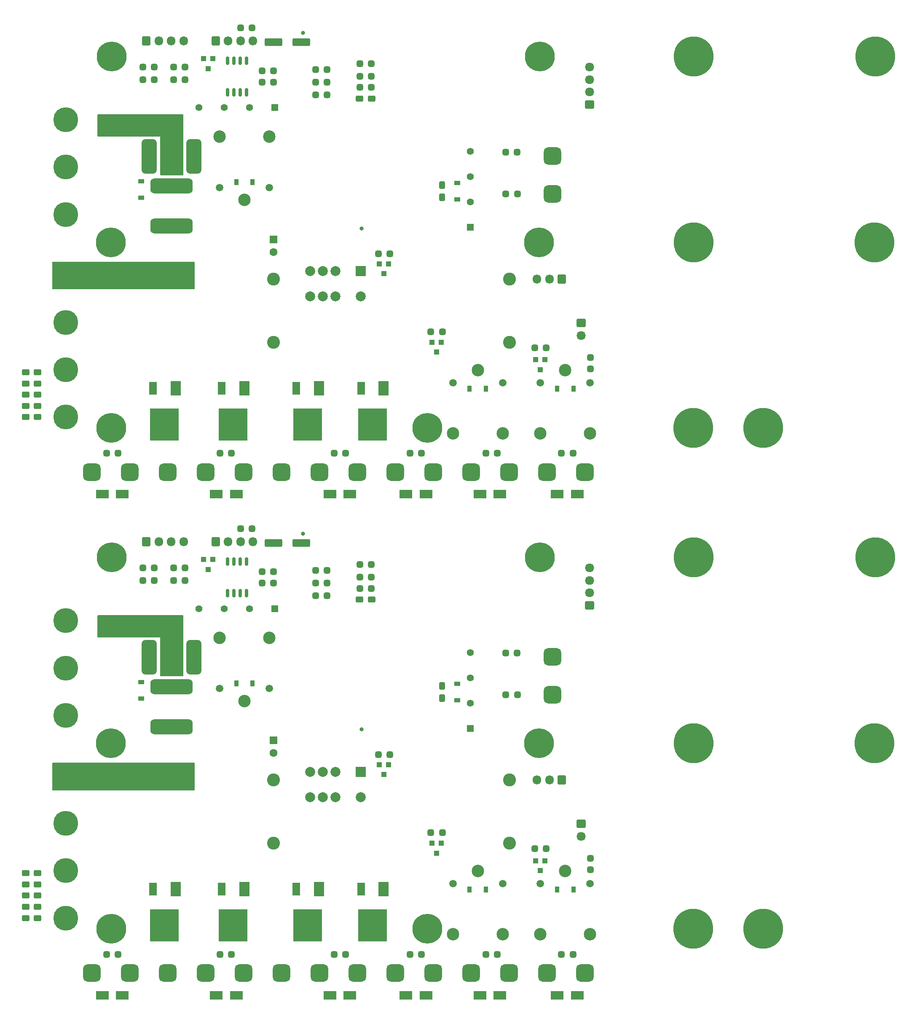
<source format=gbr>
%TF.GenerationSoftware,KiCad,Pcbnew,8.0.4*%
%TF.CreationDate,2024-11-04T15:16:17+09:00*%
%TF.ProjectId,L-CON V3.0,4c2d434f-4e20-4563-932e-302e6b696361,rev?*%
%TF.SameCoordinates,Original*%
%TF.FileFunction,Soldermask,Bot*%
%TF.FilePolarity,Negative*%
%FSLAX46Y46*%
G04 Gerber Fmt 4.6, Leading zero omitted, Abs format (unit mm)*
G04 Created by KiCad (PCBNEW 8.0.4) date 2024-11-04 15:16:17*
%MOMM*%
%LPD*%
G01*
G04 APERTURE LIST*
G04 Aperture macros list*
%AMRoundRect*
0 Rectangle with rounded corners*
0 $1 Rounding radius*
0 $2 $3 $4 $5 $6 $7 $8 $9 X,Y pos of 4 corners*
0 Add a 4 corners polygon primitive as box body*
4,1,4,$2,$3,$4,$5,$6,$7,$8,$9,$2,$3,0*
0 Add four circle primitives for the rounded corners*
1,1,$1+$1,$2,$3*
1,1,$1+$1,$4,$5*
1,1,$1+$1,$6,$7*
1,1,$1+$1,$8,$9*
0 Add four rect primitives between the rounded corners*
20,1,$1+$1,$2,$3,$4,$5,0*
20,1,$1+$1,$4,$5,$6,$7,0*
20,1,$1+$1,$6,$7,$8,$9,0*
20,1,$1+$1,$8,$9,$2,$3,0*%
G04 Aperture macros list end*
%ADD10RoundRect,0.875000X-0.875000X-0.875000X0.875000X-0.875000X0.875000X0.875000X-0.875000X0.875000X0*%
%ADD11O,1.700000X1.850000*%
%ADD12RoundRect,0.249900X-0.600100X-0.675100X0.600100X-0.675100X0.600100X0.675100X-0.600100X0.675100X0*%
%ADD13C,8.000000*%
%ADD14C,6.000000*%
%ADD15C,2.500000*%
%ADD16C,1.500000*%
%ADD17C,1.400000*%
%ADD18R,1.400000X1.400000*%
%ADD19C,5.000000*%
%ADD20RoundRect,0.750000X-0.750000X2.750000X-0.750000X-2.750000X0.750000X-2.750000X0.750000X2.750000X0*%
%ADD21RoundRect,0.750000X3.500000X0.750000X-3.500000X0.750000X-3.500000X-0.750000X3.500000X-0.750000X0*%
%ADD22C,2.600000*%
%ADD23C,0.800000*%
%ADD24RoundRect,0.325000X-0.325000X-0.325000X0.325000X-0.325000X0.325000X0.325000X-0.325000X0.325000X0*%
%ADD25RoundRect,0.312500X-0.437500X-0.312500X0.437500X-0.312500X0.437500X0.312500X-0.437500X0.312500X0*%
%ADD26RoundRect,0.325000X0.325000X0.325000X-0.325000X0.325000X-0.325000X-0.325000X0.325000X-0.325000X0*%
%ADD27R,0.900000X1.200000*%
%ADD28RoundRect,0.325000X0.325000X-0.325000X0.325000X0.325000X-0.325000X0.325000X-0.325000X-0.325000X0*%
%ADD29RoundRect,0.875000X0.875000X-0.875000X0.875000X0.875000X-0.875000X0.875000X-0.875000X-0.875000X0*%
%ADD30R,2.000000X3.000000*%
%ADD31R,1.500000X2.500000*%
%ADD32R,5.800000X6.400000*%
%ADD33RoundRect,0.325000X-0.325000X0.325000X-0.325000X-0.325000X0.325000X-0.325000X0.325000X0.325000X0*%
%ADD34R,1.000000X1.100000*%
%ADD35O,1.850000X1.700000*%
%ADD36RoundRect,0.249900X0.675100X-0.600100X0.675100X0.600100X-0.675100X0.600100X-0.675100X-0.600100X0*%
%ADD37C,1.600000*%
%ADD38R,1.600000X1.600000*%
%ADD39RoundRect,0.250000X0.600000X0.675000X-0.600000X0.675000X-0.600000X-0.675000X0.600000X-0.675000X0*%
%ADD40C,2.000000*%
%ADD41R,2.000000X2.000000*%
%ADD42R,2.500000X1.800000*%
%ADD43R,1.200000X0.900000*%
%ADD44RoundRect,0.163800X0.136200X-0.711200X0.136200X0.711200X-0.136200X0.711200X-0.136200X-0.711200X0*%
%ADD45RoundRect,0.249900X-0.675100X0.600100X-0.675100X-0.600100X0.675100X-0.600100X0.675100X0.600100X0*%
%ADD46RoundRect,0.250000X-1.500000X-0.550000X1.500000X-0.550000X1.500000X0.550000X-1.500000X0.550000X0*%
%ADD47RoundRect,0.312500X0.312500X-0.437500X0.312500X0.437500X-0.312500X0.437500X-0.312500X-0.437500X0*%
G04 APERTURE END LIST*
D10*
%TO.C,J2*%
X157955000Y-233110000D03*
X150335000Y-233110000D03*
X142715000Y-233110000D03*
X135095000Y-233110000D03*
X127475000Y-233110000D03*
X119855000Y-233110000D03*
X112235000Y-233110000D03*
X104615000Y-233110000D03*
X96995000Y-233110000D03*
X89375000Y-233110000D03*
X81755000Y-233110000D03*
X74135000Y-233110000D03*
X66515000Y-233110000D03*
X58895000Y-233110000D03*
%TD*%
D11*
%TO.C,J4*%
X77325000Y-146500000D03*
X74825000Y-146500000D03*
X72325000Y-146500000D03*
D12*
X69825000Y-146500000D03*
%TD*%
D13*
%TO.C,He1*%
X179710000Y-224250000D03*
%TD*%
D14*
%TO.C,H7*%
X126295000Y-224250000D03*
%TD*%
D15*
%TO.C,K5*%
X94525000Y-165755000D03*
X89525000Y-178455000D03*
D16*
X84525000Y-175955000D03*
X94525000Y-175955000D03*
D15*
X84525000Y-165755000D03*
%TD*%
D17*
%TO.C,K4*%
X134907500Y-168717500D03*
X134907500Y-173797500D03*
X134907500Y-178877500D03*
D18*
X134907500Y-183957500D03*
%TD*%
D19*
%TO.C,J15*%
X53655000Y-181360000D03*
X53655000Y-171860000D03*
X53655000Y-162360000D03*
%TD*%
D20*
%TO.C,K6*%
X74875000Y-169675000D03*
D21*
X74875000Y-175645000D03*
D20*
X70375000Y-169675000D03*
X79375000Y-169675000D03*
D21*
X74875000Y-183645000D03*
%TD*%
D14*
%TO.C,H3*%
X62845000Y-149600000D03*
%TD*%
%TO.C,H2*%
X62725000Y-186980000D03*
%TD*%
D13*
%TO.C,H8*%
X193710000Y-224250000D03*
%TD*%
D22*
%TO.C,MO2*%
X142805000Y-207040000D03*
X142805000Y-194340000D03*
X95405000Y-207040000D03*
X95405000Y-194340000D03*
%TD*%
D14*
%TO.C,H6*%
X148725000Y-186980000D03*
%TD*%
D23*
%TO.C,SW1*%
X101285000Y-144870000D03*
%TD*%
D24*
%TO.C,R25*%
X129285000Y-204910000D03*
X126985000Y-204910000D03*
%TD*%
D25*
%TO.C,C6*%
X47955000Y-222060000D03*
X45555000Y-222060000D03*
%TD*%
D26*
%TO.C,R4*%
X112715000Y-151100000D03*
X115015000Y-151100000D03*
%TD*%
D24*
%TO.C,R34*%
X118715000Y-189260000D03*
X116415000Y-189260000D03*
%TD*%
D26*
%TO.C,R45*%
X88725000Y-143850000D03*
X91025000Y-143850000D03*
%TD*%
D27*
%TO.C,D16*%
X155625000Y-216350000D03*
X152325000Y-216350000D03*
%TD*%
D28*
%TO.C,R44*%
X95375000Y-152500000D03*
X95375000Y-154800000D03*
%TD*%
D24*
%TO.C,R12*%
X144345000Y-168830000D03*
X142045000Y-168830000D03*
%TD*%
D25*
%TO.C,C2*%
X115065000Y-158100000D03*
X112665000Y-158100000D03*
%TD*%
D24*
%TO.C,R2*%
X115015000Y-153600000D03*
X112715000Y-153600000D03*
%TD*%
D29*
%TO.C,J3*%
X151425000Y-169630000D03*
X151425000Y-177250000D03*
%TD*%
D30*
%TO.C,Q2*%
X75760000Y-216243000D03*
D31*
X71194000Y-216243000D03*
D32*
X73480000Y-223550000D03*
%TD*%
D30*
%TO.C,Q7*%
X89487500Y-216243000D03*
D31*
X84921500Y-216243000D03*
D32*
X87207500Y-223550000D03*
%TD*%
D25*
%TO.C,C10*%
X47955000Y-213060000D03*
X45555000Y-213060000D03*
%TD*%
D26*
%TO.C,R15*%
X84625000Y-229350000D03*
X86925000Y-229350000D03*
%TD*%
D33*
%TO.C,R46*%
X93075000Y-154800000D03*
X93075000Y-152500000D03*
%TD*%
D27*
%TO.C,D14*%
X138025000Y-216350000D03*
X134725000Y-216350000D03*
%TD*%
D34*
%TO.C,Q4*%
X128135000Y-209020000D03*
X129085000Y-207020000D03*
X127185000Y-207020000D03*
%TD*%
D35*
%TO.C,J1*%
X158865000Y-151770000D03*
X158865000Y-154270000D03*
X158865000Y-156770000D03*
D36*
X158865000Y-159270000D03*
%TD*%
D15*
%TO.C,K2*%
X131395000Y-225345000D03*
X136395000Y-212645000D03*
D16*
X141395000Y-215145000D03*
X131395000Y-215145000D03*
D15*
X141395000Y-225345000D03*
%TD*%
D13*
%TO.C,H1*%
X216260000Y-149600000D03*
%TD*%
D14*
%TO.C,H4*%
X62755000Y-224250000D03*
%TD*%
D37*
%TO.C,C4*%
X95405000Y-188907349D03*
D38*
X95405000Y-186407349D03*
%TD*%
D19*
%TO.C,J7*%
X53655000Y-222060000D03*
X53655000Y-212560000D03*
X53655000Y-203060000D03*
X53655000Y-193560000D03*
%TD*%
D13*
%TO.C,H12*%
X179800000Y-149600000D03*
%TD*%
%TO.C,H9*%
X216140000Y-186980000D03*
%TD*%
D17*
%TO.C,K1*%
X80367500Y-159917500D03*
X85447500Y-159917500D03*
X90527500Y-159917500D03*
D18*
X95607500Y-159917500D03*
%TD*%
D14*
%TO.C,H5*%
X148845000Y-149600000D03*
%TD*%
D11*
%TO.C,J11*%
X91225000Y-146500000D03*
X88725000Y-146500000D03*
X86225000Y-146500000D03*
D12*
X83725000Y-146500000D03*
%TD*%
D11*
%TO.C,J5*%
X148295000Y-194310000D03*
X150795000Y-194310000D03*
D39*
X153295000Y-194310000D03*
%TD*%
D40*
%TO.C,K7*%
X112895000Y-197800000D03*
X107815000Y-197800000D03*
X105275000Y-197800000D03*
X102735000Y-197800000D03*
X102735000Y-192720000D03*
X105275000Y-192720000D03*
X107815000Y-192720000D03*
D41*
X112895000Y-192720000D03*
%TD*%
D42*
%TO.C,D18*%
X156375000Y-237550000D03*
X152375000Y-237550000D03*
%TD*%
D26*
%TO.C,R28*%
X153225000Y-229350000D03*
X155525000Y-229350000D03*
%TD*%
%TO.C,R42*%
X103825000Y-154800000D03*
X106125000Y-154800000D03*
%TD*%
D30*
%TO.C,Q11*%
X104487500Y-216243000D03*
D31*
X99921500Y-216243000D03*
D32*
X102207500Y-223550000D03*
%TD*%
D42*
%TO.C,D3*%
X64975000Y-237550000D03*
X60975000Y-237550000D03*
%TD*%
%TO.C,D9*%
X87875000Y-237550000D03*
X83875000Y-237550000D03*
%TD*%
D24*
%TO.C,R10*%
X77570000Y-151775000D03*
X75270000Y-151775000D03*
%TD*%
D34*
%TO.C,D25*%
X82250000Y-152050000D03*
X83200000Y-150050000D03*
X81300000Y-150050000D03*
%TD*%
D25*
%TO.C,C7*%
X47955000Y-219810000D03*
X45555000Y-219810000D03*
%TD*%
%TO.C,C9*%
X47955000Y-215310000D03*
X45555000Y-215310000D03*
%TD*%
D24*
%TO.C,R39*%
X71400000Y-151775000D03*
X69100000Y-151775000D03*
%TD*%
D42*
%TO.C,D12*%
X110675000Y-237550000D03*
X106675000Y-237550000D03*
%TD*%
D26*
%TO.C,R6*%
X61825000Y-229350000D03*
X64125000Y-229350000D03*
%TD*%
D42*
%TO.C,D24*%
X140850000Y-237550000D03*
X136850000Y-237550000D03*
%TD*%
D43*
%TO.C,D7*%
X68750000Y-178000000D03*
X68750000Y-174700000D03*
%TD*%
D15*
%TO.C,K3*%
X148975000Y-225345000D03*
X153975000Y-212645000D03*
D16*
X158975000Y-215145000D03*
X148975000Y-215145000D03*
D15*
X158975000Y-225345000D03*
%TD*%
D34*
%TO.C,Q17*%
X148975000Y-212550000D03*
X149925000Y-210550000D03*
X148025000Y-210550000D03*
%TD*%
D43*
%TO.C,D26*%
X132307500Y-175025000D03*
X132307500Y-178325000D03*
%TD*%
D44*
%TO.C,U4*%
X89980000Y-150475000D03*
X88710000Y-150475000D03*
X87440000Y-150475000D03*
X86170000Y-150475000D03*
X86170000Y-156825000D03*
X87440000Y-156825000D03*
X88710000Y-156825000D03*
X89980000Y-156825000D03*
%TD*%
D35*
%TO.C,J9*%
X157215000Y-205670000D03*
D45*
X157215000Y-203170000D03*
%TD*%
D46*
%TO.C,C1*%
X100975000Y-146750000D03*
X95375000Y-146750000D03*
%TD*%
D34*
%TO.C,Q14*%
X117565000Y-193260000D03*
X118515000Y-191260000D03*
X116615000Y-191260000D03*
%TD*%
D24*
%TO.C,R35*%
X71400000Y-154275000D03*
X69100000Y-154275000D03*
%TD*%
%TO.C,R48*%
X144355000Y-177250000D03*
X142055000Y-177250000D03*
%TD*%
%TO.C,R3*%
X115015000Y-155850000D03*
X112715000Y-155850000D03*
%TD*%
D27*
%TO.C,D19*%
X87875000Y-174900000D03*
X91175000Y-174900000D03*
%TD*%
D26*
%TO.C,R41*%
X103825000Y-157340000D03*
X106125000Y-157340000D03*
%TD*%
D24*
%TO.C,R29*%
X150125000Y-208150000D03*
X147825000Y-208150000D03*
%TD*%
D26*
%TO.C,R43*%
X103825000Y-152260000D03*
X106125000Y-152260000D03*
%TD*%
D47*
%TO.C,C5*%
X129200000Y-175475000D03*
X129200000Y-177875000D03*
%TD*%
D26*
%TO.C,R23*%
X122825000Y-229350000D03*
X125125000Y-229350000D03*
%TD*%
D42*
%TO.C,D13*%
X125975000Y-237550000D03*
X121975000Y-237550000D03*
%TD*%
D33*
%TO.C,R11*%
X158995000Y-212370000D03*
X158995000Y-210070000D03*
%TD*%
D26*
%TO.C,R40*%
X138025000Y-229350000D03*
X140325000Y-229350000D03*
%TD*%
D25*
%TO.C,C8*%
X47955000Y-217560000D03*
X45555000Y-217560000D03*
%TD*%
D24*
%TO.C,R1*%
X77570000Y-154275000D03*
X75270000Y-154275000D03*
%TD*%
D30*
%TO.C,Q13*%
X117505000Y-216243000D03*
D31*
X112939000Y-216243000D03*
D32*
X115225000Y-223550000D03*
%TD*%
D26*
%TO.C,R22*%
X107525000Y-229350000D03*
X109825000Y-229350000D03*
%TD*%
D13*
%TO.C,H10*%
X179800000Y-186980000D03*
%TD*%
D23*
%TO.C,SW6*%
X113100000Y-184175000D03*
%TD*%
D11*
%TO.C,J4*%
X77325000Y-45900000D03*
X74825000Y-45900000D03*
X72325000Y-45900000D03*
D12*
X69825000Y-45900000D03*
%TD*%
D10*
%TO.C,J2*%
X157955000Y-132510000D03*
X150335000Y-132510000D03*
X142715000Y-132510000D03*
X135095000Y-132510000D03*
X127475000Y-132510000D03*
X119855000Y-132510000D03*
X112235000Y-132510000D03*
X104615000Y-132510000D03*
X96995000Y-132510000D03*
X89375000Y-132510000D03*
X81755000Y-132510000D03*
X74135000Y-132510000D03*
X66515000Y-132510000D03*
X58895000Y-132510000D03*
%TD*%
D13*
%TO.C,H10*%
X179800000Y-86380000D03*
%TD*%
D23*
%TO.C,SW6*%
X113100000Y-83575000D03*
%TD*%
D15*
%TO.C,K3*%
X148975000Y-124745000D03*
X153975000Y-112045000D03*
D16*
X158975000Y-114545000D03*
X148975000Y-114545000D03*
D15*
X158975000Y-124745000D03*
%TD*%
D14*
%TO.C,H4*%
X62755000Y-123650000D03*
%TD*%
D19*
%TO.C,J7*%
X53655000Y-121460000D03*
X53655000Y-111960000D03*
X53655000Y-102460000D03*
X53655000Y-92960000D03*
%TD*%
D37*
%TO.C,C4*%
X95405000Y-88307349D03*
D38*
X95405000Y-85807349D03*
%TD*%
D13*
%TO.C,H12*%
X179800000Y-49000000D03*
%TD*%
%TO.C,H1*%
X216260000Y-49000000D03*
%TD*%
D40*
%TO.C,K7*%
X112895000Y-97200000D03*
X107815000Y-97200000D03*
X105275000Y-97200000D03*
X102735000Y-97200000D03*
X102735000Y-92120000D03*
X105275000Y-92120000D03*
X107815000Y-92120000D03*
D41*
X112895000Y-92120000D03*
%TD*%
D11*
%TO.C,J5*%
X148295000Y-93710000D03*
X150795000Y-93710000D03*
D39*
X153295000Y-93710000D03*
%TD*%
D14*
%TO.C,H6*%
X148725000Y-86380000D03*
%TD*%
D23*
%TO.C,SW1*%
X101285000Y-44270000D03*
%TD*%
D22*
%TO.C,MO2*%
X142805000Y-106440000D03*
X142805000Y-93740000D03*
X95405000Y-106440000D03*
X95405000Y-93740000D03*
%TD*%
D15*
%TO.C,K2*%
X131395000Y-124745000D03*
X136395000Y-112045000D03*
D16*
X141395000Y-114545000D03*
X131395000Y-114545000D03*
D15*
X141395000Y-124745000D03*
%TD*%
D35*
%TO.C,J1*%
X158865000Y-51170000D03*
X158865000Y-53670000D03*
X158865000Y-56170000D03*
D36*
X158865000Y-58670000D03*
%TD*%
D13*
%TO.C,H8*%
X193710000Y-123650000D03*
%TD*%
D14*
%TO.C,H2*%
X62725000Y-86380000D03*
%TD*%
D11*
%TO.C,J11*%
X91225000Y-45900000D03*
X88725000Y-45900000D03*
X86225000Y-45900000D03*
D12*
X83725000Y-45900000D03*
%TD*%
D14*
%TO.C,H5*%
X148845000Y-49000000D03*
%TD*%
D17*
%TO.C,K1*%
X80367500Y-59317500D03*
X85447500Y-59317500D03*
X90527500Y-59317500D03*
D18*
X95607500Y-59317500D03*
%TD*%
D13*
%TO.C,H9*%
X216140000Y-86380000D03*
%TD*%
D14*
%TO.C,H3*%
X62845000Y-49000000D03*
%TD*%
D20*
%TO.C,K6*%
X74875000Y-69075000D03*
D21*
X74875000Y-75045000D03*
D20*
X70375000Y-69075000D03*
X79375000Y-69075000D03*
D21*
X74875000Y-83045000D03*
%TD*%
D19*
%TO.C,J15*%
X53655000Y-80760000D03*
X53655000Y-71260000D03*
X53655000Y-61760000D03*
%TD*%
D14*
%TO.C,H7*%
X126295000Y-123650000D03*
%TD*%
D13*
%TO.C,He1*%
X179710000Y-123650000D03*
%TD*%
D17*
%TO.C,K4*%
X134907500Y-68117500D03*
X134907500Y-73197500D03*
X134907500Y-78277500D03*
D18*
X134907500Y-83357500D03*
%TD*%
D15*
%TO.C,K5*%
X94525000Y-65155000D03*
X89525000Y-77855000D03*
D16*
X84525000Y-75355000D03*
X94525000Y-75355000D03*
D15*
X84525000Y-65155000D03*
%TD*%
D29*
%TO.C,J3*%
X151425000Y-69030000D03*
X151425000Y-76650000D03*
%TD*%
D27*
%TO.C,D14*%
X138025000Y-115750000D03*
X134725000Y-115750000D03*
%TD*%
D30*
%TO.C,Q2*%
X75760000Y-115643000D03*
D31*
X71194000Y-115643000D03*
D32*
X73480000Y-122950000D03*
%TD*%
D24*
%TO.C,R2*%
X115015000Y-53000000D03*
X112715000Y-53000000D03*
%TD*%
D25*
%TO.C,C2*%
X115065000Y-57500000D03*
X112665000Y-57500000D03*
%TD*%
D34*
%TO.C,Q4*%
X128135000Y-108420000D03*
X129085000Y-106420000D03*
X127185000Y-106420000D03*
%TD*%
D30*
%TO.C,Q7*%
X89487500Y-115643000D03*
D31*
X84921500Y-115643000D03*
D32*
X87207500Y-122950000D03*
%TD*%
D24*
%TO.C,R12*%
X144345000Y-68230000D03*
X142045000Y-68230000D03*
%TD*%
D33*
%TO.C,R46*%
X93075000Y-54200000D03*
X93075000Y-51900000D03*
%TD*%
D26*
%TO.C,R15*%
X84625000Y-128750000D03*
X86925000Y-128750000D03*
%TD*%
D28*
%TO.C,R44*%
X95375000Y-51900000D03*
X95375000Y-54200000D03*
%TD*%
D27*
%TO.C,D16*%
X155625000Y-115750000D03*
X152325000Y-115750000D03*
%TD*%
D25*
%TO.C,C10*%
X47955000Y-112460000D03*
X45555000Y-112460000D03*
%TD*%
D24*
%TO.C,R25*%
X129285000Y-104310000D03*
X126985000Y-104310000D03*
%TD*%
D26*
%TO.C,R45*%
X88725000Y-43250000D03*
X91025000Y-43250000D03*
%TD*%
D24*
%TO.C,R34*%
X118715000Y-88660000D03*
X116415000Y-88660000D03*
%TD*%
D26*
%TO.C,R4*%
X112715000Y-50500000D03*
X115015000Y-50500000D03*
%TD*%
D25*
%TO.C,C6*%
X47955000Y-121460000D03*
X45555000Y-121460000D03*
%TD*%
D42*
%TO.C,D12*%
X110675000Y-136950000D03*
X106675000Y-136950000D03*
%TD*%
D24*
%TO.C,R39*%
X71400000Y-51175000D03*
X69100000Y-51175000D03*
%TD*%
D25*
%TO.C,C7*%
X47955000Y-119210000D03*
X45555000Y-119210000D03*
%TD*%
%TO.C,C9*%
X47955000Y-114710000D03*
X45555000Y-114710000D03*
%TD*%
D34*
%TO.C,D25*%
X82250000Y-51450000D03*
X83200000Y-49450000D03*
X81300000Y-49450000D03*
%TD*%
D43*
%TO.C,D7*%
X68750000Y-77400000D03*
X68750000Y-74100000D03*
%TD*%
D24*
%TO.C,R10*%
X77570000Y-51175000D03*
X75270000Y-51175000D03*
%TD*%
D42*
%TO.C,D24*%
X140850000Y-136950000D03*
X136850000Y-136950000D03*
%TD*%
D26*
%TO.C,R6*%
X61825000Y-128750000D03*
X64125000Y-128750000D03*
%TD*%
D30*
%TO.C,Q11*%
X104487500Y-115643000D03*
D31*
X99921500Y-115643000D03*
D32*
X102207500Y-122950000D03*
%TD*%
D42*
%TO.C,D9*%
X87875000Y-136950000D03*
X83875000Y-136950000D03*
%TD*%
D26*
%TO.C,R28*%
X153225000Y-128750000D03*
X155525000Y-128750000D03*
%TD*%
%TO.C,R42*%
X103825000Y-54200000D03*
X106125000Y-54200000D03*
%TD*%
D42*
%TO.C,D18*%
X156375000Y-136950000D03*
X152375000Y-136950000D03*
%TD*%
%TO.C,D3*%
X64975000Y-136950000D03*
X60975000Y-136950000D03*
%TD*%
%TO.C,D13*%
X125975000Y-136950000D03*
X121975000Y-136950000D03*
%TD*%
D47*
%TO.C,C5*%
X129200000Y-74875000D03*
X129200000Y-77275000D03*
%TD*%
D24*
%TO.C,R1*%
X77570000Y-53675000D03*
X75270000Y-53675000D03*
%TD*%
D26*
%TO.C,R40*%
X138025000Y-128750000D03*
X140325000Y-128750000D03*
%TD*%
%TO.C,R23*%
X122825000Y-128750000D03*
X125125000Y-128750000D03*
%TD*%
%TO.C,R41*%
X103825000Y-56740000D03*
X106125000Y-56740000D03*
%TD*%
D24*
%TO.C,R29*%
X150125000Y-107550000D03*
X147825000Y-107550000D03*
%TD*%
D27*
%TO.C,D19*%
X87875000Y-74300000D03*
X91175000Y-74300000D03*
%TD*%
D26*
%TO.C,R43*%
X103825000Y-51660000D03*
X106125000Y-51660000D03*
%TD*%
D24*
%TO.C,R3*%
X115015000Y-55250000D03*
X112715000Y-55250000D03*
%TD*%
%TO.C,R48*%
X144355000Y-76650000D03*
X142055000Y-76650000D03*
%TD*%
%TO.C,R35*%
X71400000Y-53675000D03*
X69100000Y-53675000D03*
%TD*%
D25*
%TO.C,C8*%
X47955000Y-116960000D03*
X45555000Y-116960000D03*
%TD*%
D34*
%TO.C,Q14*%
X117565000Y-92660000D03*
X118515000Y-90660000D03*
X116615000Y-90660000D03*
%TD*%
D33*
%TO.C,R11*%
X158995000Y-111770000D03*
X158995000Y-109470000D03*
%TD*%
D34*
%TO.C,Q17*%
X148975000Y-111950000D03*
X149925000Y-109950000D03*
X148025000Y-109950000D03*
%TD*%
D35*
%TO.C,J9*%
X157215000Y-105070000D03*
D45*
X157215000Y-102570000D03*
%TD*%
D46*
%TO.C,C1*%
X100975000Y-46150000D03*
X95375000Y-46150000D03*
%TD*%
D44*
%TO.C,U4*%
X89980000Y-49875000D03*
X88710000Y-49875000D03*
X87440000Y-49875000D03*
X86170000Y-49875000D03*
X86170000Y-56225000D03*
X87440000Y-56225000D03*
X88710000Y-56225000D03*
X89980000Y-56225000D03*
%TD*%
D43*
%TO.C,D26*%
X132307500Y-74425000D03*
X132307500Y-77725000D03*
%TD*%
D30*
%TO.C,Q13*%
X117505000Y-115643000D03*
D31*
X112939000Y-115643000D03*
D32*
X115225000Y-122950000D03*
%TD*%
D26*
%TO.C,R22*%
X107525000Y-128750000D03*
X109825000Y-128750000D03*
%TD*%
G36*
X77193039Y-60644685D02*
G01*
X77238794Y-60697489D01*
X77250000Y-60749000D01*
X77250000Y-72751000D01*
X77230315Y-72818039D01*
X77177511Y-72863794D01*
X77126000Y-72875000D01*
X72724000Y-72875000D01*
X72656961Y-72855315D01*
X72611206Y-72802511D01*
X72600000Y-72751000D01*
X72600000Y-65100000D01*
X60124000Y-65100000D01*
X60056961Y-65080315D01*
X60011206Y-65027511D01*
X60000000Y-64976000D01*
X60000000Y-60749000D01*
X60019685Y-60681961D01*
X60072489Y-60636206D01*
X60124000Y-60625000D01*
X77126000Y-60625000D01*
X77193039Y-60644685D01*
G37*
G36*
X79443039Y-90269685D02*
G01*
X79488794Y-90322489D01*
X79500000Y-90374000D01*
X79500000Y-95676000D01*
X79480315Y-95743039D01*
X79427511Y-95788794D01*
X79376000Y-95800000D01*
X51024000Y-95800000D01*
X50956961Y-95780315D01*
X50911206Y-95727511D01*
X50900000Y-95676000D01*
X50900000Y-90374000D01*
X50919685Y-90306961D01*
X50972489Y-90261206D01*
X51024000Y-90250000D01*
X79376000Y-90250000D01*
X79443039Y-90269685D01*
G37*
G36*
X77193039Y-161244685D02*
G01*
X77238794Y-161297489D01*
X77250000Y-161349000D01*
X77250000Y-173351000D01*
X77230315Y-173418039D01*
X77177511Y-173463794D01*
X77126000Y-173475000D01*
X72724000Y-173475000D01*
X72656961Y-173455315D01*
X72611206Y-173402511D01*
X72600000Y-173351000D01*
X72600000Y-165700000D01*
X60124000Y-165700000D01*
X60056961Y-165680315D01*
X60011206Y-165627511D01*
X60000000Y-165576000D01*
X60000000Y-161349000D01*
X60019685Y-161281961D01*
X60072489Y-161236206D01*
X60124000Y-161225000D01*
X77126000Y-161225000D01*
X77193039Y-161244685D01*
G37*
G36*
X79443039Y-190869685D02*
G01*
X79488794Y-190922489D01*
X79500000Y-190974000D01*
X79500000Y-196276000D01*
X79480315Y-196343039D01*
X79427511Y-196388794D01*
X79376000Y-196400000D01*
X51024000Y-196400000D01*
X50956961Y-196380315D01*
X50911206Y-196327511D01*
X50900000Y-196276000D01*
X50900000Y-190974000D01*
X50919685Y-190906961D01*
X50972489Y-190861206D01*
X51024000Y-190850000D01*
X79376000Y-190850000D01*
X79443039Y-190869685D01*
G37*
M02*

</source>
